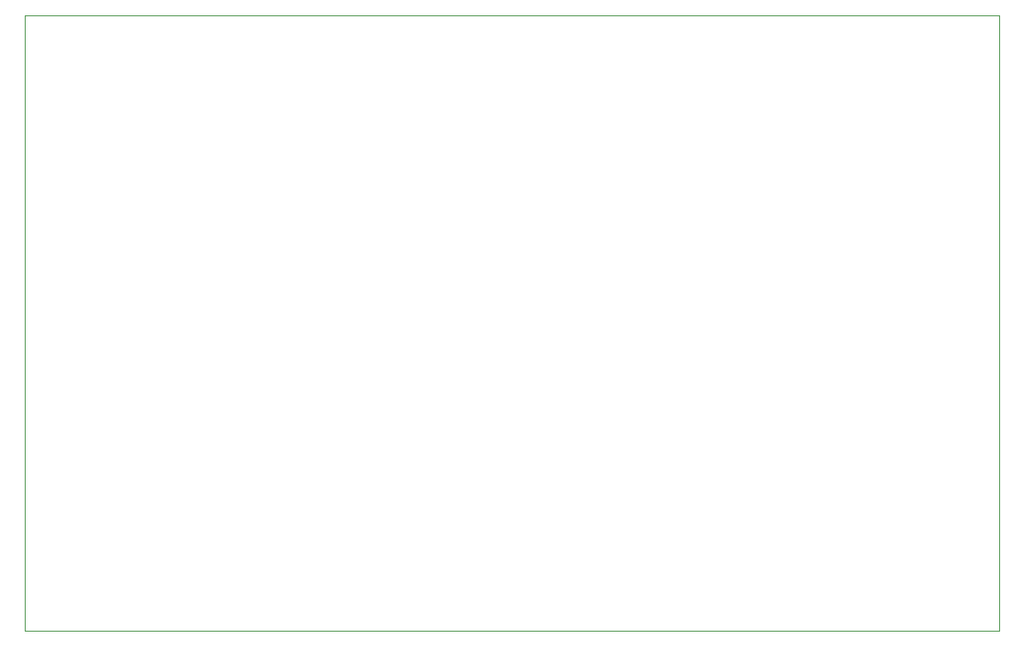
<source format=gm1>
%TF.GenerationSoftware,KiCad,Pcbnew,8.0.2-1*%
%TF.CreationDate,2024-11-16T15:05:09-05:00*%
%TF.ProjectId,Incubator-PowerBoard,496e6375-6261-4746-9f72-2d506f776572,v01a*%
%TF.SameCoordinates,Original*%
%TF.FileFunction,Profile,NP*%
%FSLAX46Y46*%
G04 Gerber Fmt 4.6, Leading zero omitted, Abs format (unit mm)*
G04 Created by KiCad (PCBNEW 8.0.2-1) date 2024-11-16 15:05:09*
%MOMM*%
%LPD*%
G01*
G04 APERTURE LIST*
%TA.AperFunction,Profile*%
%ADD10C,0.100000*%
%TD*%
G04 APERTURE END LIST*
D10*
X109220000Y-22860000D02*
X205740000Y-22860000D01*
X205740000Y-83820000D01*
X109220000Y-83820000D01*
X109220000Y-22860000D01*
M02*

</source>
